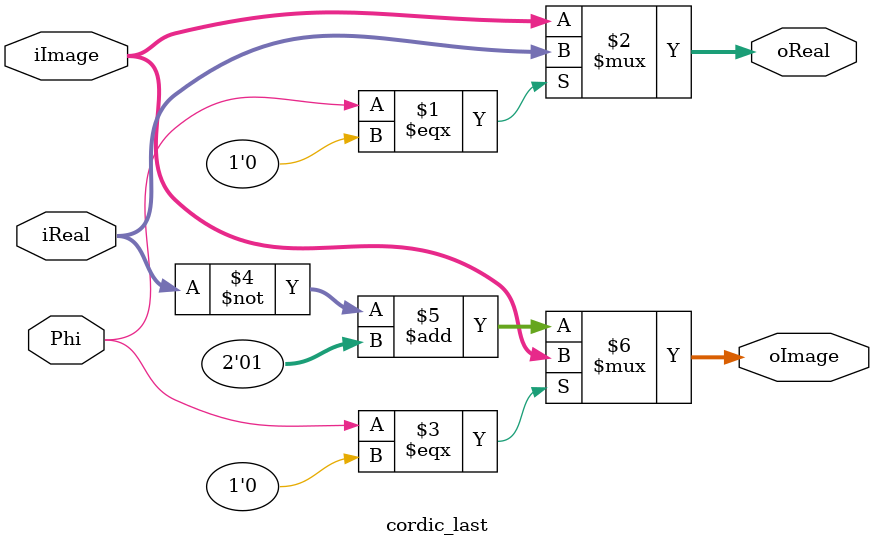
<source format=v>
`define false 1'b 0
`define FALSE 1'b 0
`define true 1'b 1
`define TRUE 1'b 1

`timescale 1 ns / 1 ns // timescale for following modules

module cordic_last (
   iReal,
   iImage,
   Phi,
   oReal,
   oImage);
 

input   [36:0] iReal; 
input   [36:0] iImage; 
input   Phi; 
output   [36:0] oReal; 
output   [36:0] oImage; 

wire    [36:0] oReal; 
wire    [36:0] oImage; 

assign oReal = Phi === 1'b 0 ? iReal : 
	iImage; 
assign oImage = Phi === 1'b 0 ? iImage : 
	~iReal + 2'b 01; 

endmodule // module cordic_last


</source>
